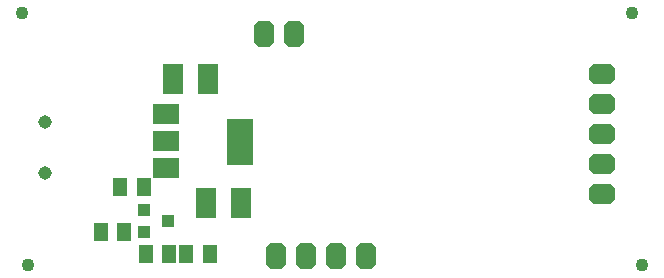
<source format=gbs>
G04*
G04 #@! TF.GenerationSoftware,Altium Limited,Altium Designer,19.0.15 (446)*
G04*
G04 Layer_Color=16711935*
%FSLAX23Y23*%
%MOIN*%
G70*
G01*
G75*
%ADD29R,0.045X0.059*%
%ADD39C,0.045*%
G04:AMPARAMS|DCode=40|XSize=88mil|YSize=68mil|CornerRadius=0mil|HoleSize=0mil|Usage=FLASHONLY|Rotation=0.000|XOffset=0mil|YOffset=0mil|HoleType=Round|Shape=Octagon|*
%AMOCTAGOND40*
4,1,8,0.044,-0.017,0.044,0.017,0.027,0.034,-0.027,0.034,-0.044,0.017,-0.044,-0.017,-0.027,-0.034,0.027,-0.034,0.044,-0.017,0.0*
%
%ADD40OCTAGOND40*%

G04:AMPARAMS|DCode=41|XSize=88mil|YSize=68mil|CornerRadius=0mil|HoleSize=0mil|Usage=FLASHONLY|Rotation=90.000|XOffset=0mil|YOffset=0mil|HoleType=Round|Shape=Octagon|*
%AMOCTAGOND41*
4,1,8,0.017,0.044,-0.017,0.044,-0.034,0.027,-0.034,-0.027,-0.017,-0.044,0.017,-0.044,0.034,-0.027,0.034,0.027,0.017,0.044,0.0*
%
%ADD41OCTAGOND41*%

%ADD42C,0.043*%
%ADD55R,0.087X0.158*%
%ADD56R,0.087X0.067*%
%ADD57R,0.043X0.039*%
%ADD58R,0.071X0.102*%
D29*
X3771Y3090D02*
D03*
X3849D02*
D03*
X3784Y2940D02*
D03*
X3706D02*
D03*
X3856Y2865D02*
D03*
X3934D02*
D03*
X4069D02*
D03*
X3991D02*
D03*
D39*
X3519Y3134D02*
D03*
Y3307D02*
D03*
D40*
X5375Y3065D02*
D03*
Y3165D02*
D03*
Y3265D02*
D03*
Y3365D02*
D03*
Y3465D02*
D03*
D41*
X4350Y3600D02*
D03*
X4250D02*
D03*
X4290Y2860D02*
D03*
X4390D02*
D03*
X4490D02*
D03*
X4590D02*
D03*
D42*
X3444Y3669D02*
D03*
X5478Y3668D02*
D03*
X5509Y2829D02*
D03*
X3462D02*
D03*
D55*
X4171Y3240D02*
D03*
D56*
X3923Y3331D02*
D03*
Y3241D02*
D03*
Y3151D02*
D03*
D57*
X3929Y2975D02*
D03*
X3851Y2938D02*
D03*
Y3012D02*
D03*
D58*
X4064Y3450D02*
D03*
X3946D02*
D03*
X4056Y3035D02*
D03*
X4174D02*
D03*
M02*

</source>
